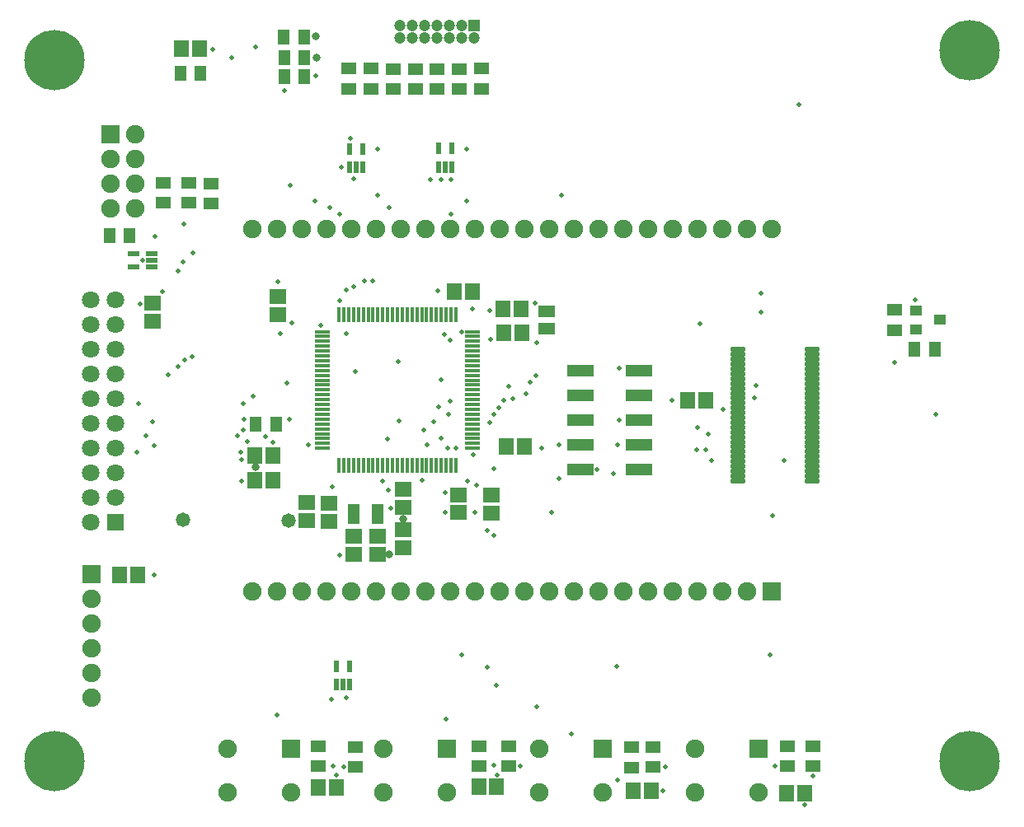
<source format=gts>
G04*
G04 #@! TF.GenerationSoftware,Altium Limited,Altium Designer,24.4.1 (13)*
G04*
G04 Layer_Color=8388736*
%FSLAX44Y44*%
%MOMM*%
G71*
G04*
G04 #@! TF.SameCoordinates,FF2F9DB4-C514-40A0-8A38-6625478132A2*
G04*
G04*
G04 #@! TF.FilePolarity,Negative*
G04*
G01*
G75*
%ADD32R,1.5532X1.2032*%
%ADD33R,1.2032X1.5532*%
%ADD34R,1.2032X0.5532*%
%ADD35R,1.6532X1.5032*%
%ADD36R,1.5032X1.6532*%
%ADD37R,0.5532X1.2032*%
%ADD38R,0.4016X1.5766*%
%ADD39R,1.5766X0.4016*%
%ADD40O,1.6032X0.5032*%
%ADD41R,1.2032X2.0032*%
%ADD42R,2.7032X1.2232*%
%ADD43R,1.2032X1.0032*%
%ADD44R,1.7032X1.2032*%
%ADD45C,1.9032*%
%ADD46R,1.9032X1.9032*%
%ADD47C,6.2032*%
%ADD48C,1.2032*%
%ADD49R,1.2032X1.2032*%
%ADD50R,1.8032X1.8032*%
%ADD51C,1.8032*%
%ADD52R,1.9032X1.9032*%
%ADD53C,0.5032*%
%ADD54C,1.4732*%
%ADD55C,0.8032*%
D32*
X197500Y654040D02*
D03*
Y633500D02*
D03*
X221000Y632980D02*
D03*
Y653520D02*
D03*
X171500Y633750D02*
D03*
Y654290D02*
D03*
X408000Y771296D02*
D03*
Y750756D02*
D03*
X430250Y771276D02*
D03*
Y750736D02*
D03*
X453000Y771276D02*
D03*
Y750736D02*
D03*
X475500Y771296D02*
D03*
Y750756D02*
D03*
X362250Y751006D02*
D03*
Y771546D02*
D03*
X498500Y751006D02*
D03*
Y771546D02*
D03*
X385000Y751006D02*
D03*
Y771546D02*
D03*
X922750Y502776D02*
D03*
Y523316D02*
D03*
X838750Y74816D02*
D03*
Y54276D02*
D03*
X674250Y74066D02*
D03*
Y53526D02*
D03*
X812250Y54276D02*
D03*
Y74816D02*
D03*
X652250Y53276D02*
D03*
Y73816D02*
D03*
X369000Y74046D02*
D03*
Y53506D02*
D03*
X526250Y75046D02*
D03*
Y54506D02*
D03*
X495750Y54776D02*
D03*
Y75316D02*
D03*
X330971Y54744D02*
D03*
Y75284D02*
D03*
D33*
X116210Y599750D02*
D03*
X136750D02*
D03*
X295460Y804026D02*
D03*
X316000D02*
D03*
X295730Y782516D02*
D03*
X316270D02*
D03*
X316770Y763560D02*
D03*
X296230D02*
D03*
X287346Y406422D02*
D03*
X266806D02*
D03*
X210000Y766750D02*
D03*
X189460D02*
D03*
X963770Y483276D02*
D03*
X943230D02*
D03*
D34*
X140750Y568000D02*
D03*
Y581000D02*
D03*
X159750D02*
D03*
Y574500D02*
D03*
Y568000D02*
D03*
D35*
X341750Y306480D02*
D03*
Y325020D02*
D03*
X160744Y530118D02*
D03*
Y511578D02*
D03*
X418046Y279170D02*
D03*
Y297710D02*
D03*
X366750Y291046D02*
D03*
Y272506D02*
D03*
X391500Y291046D02*
D03*
Y272506D02*
D03*
X318500Y325290D02*
D03*
Y306750D02*
D03*
X508500Y333296D02*
D03*
Y314756D02*
D03*
X474750Y333566D02*
D03*
Y315026D02*
D03*
X417750Y339046D02*
D03*
Y320506D02*
D03*
X289250Y518736D02*
D03*
Y537276D02*
D03*
D36*
X189980Y791750D02*
D03*
X208520D02*
D03*
X145500Y251500D02*
D03*
X126960D02*
D03*
X521000Y500026D02*
D03*
X539540D02*
D03*
X284020Y374026D02*
D03*
X265480D02*
D03*
X520798Y524238D02*
D03*
X539338D02*
D03*
X284020Y348526D02*
D03*
X265480D02*
D03*
X470730Y542276D02*
D03*
X489270D02*
D03*
X523710Y382776D02*
D03*
X542250D02*
D03*
X728500Y430526D02*
D03*
X709960D02*
D03*
X654230Y29026D02*
D03*
X672770D02*
D03*
X811730Y26776D02*
D03*
X830270D02*
D03*
X495480Y33526D02*
D03*
X514020D02*
D03*
X330482Y32426D02*
D03*
X349022D02*
D03*
D37*
X376250Y670026D02*
D03*
Y689026D02*
D03*
X454500Y670276D02*
D03*
X461000D02*
D03*
X467500D02*
D03*
Y689276D02*
D03*
X454500D02*
D03*
X363250Y670026D02*
D03*
X369750D02*
D03*
X363250Y689026D02*
D03*
X349750Y138276D02*
D03*
X356250D02*
D03*
X362750D02*
D03*
Y157276D02*
D03*
X349750D02*
D03*
D38*
X352000Y363896D02*
D03*
X357000D02*
D03*
X362000D02*
D03*
X367000D02*
D03*
X372000D02*
D03*
X377000D02*
D03*
X382000D02*
D03*
X387000D02*
D03*
X392000D02*
D03*
X397000D02*
D03*
X402000D02*
D03*
X407000D02*
D03*
X412000D02*
D03*
X417000D02*
D03*
X422000D02*
D03*
X427000D02*
D03*
X432000D02*
D03*
X437000D02*
D03*
X442000D02*
D03*
X447000D02*
D03*
X452000D02*
D03*
X457000D02*
D03*
X462000D02*
D03*
X467000D02*
D03*
X472000Y518656D02*
D03*
X467000D02*
D03*
X462000D02*
D03*
X457000D02*
D03*
X452000D02*
D03*
X447000D02*
D03*
X442000D02*
D03*
X437000D02*
D03*
X432000D02*
D03*
X427000D02*
D03*
X422000D02*
D03*
X417000D02*
D03*
X412000D02*
D03*
X407000D02*
D03*
X402000D02*
D03*
X397000D02*
D03*
X392000D02*
D03*
X387000D02*
D03*
X382000D02*
D03*
X377000D02*
D03*
X372000D02*
D03*
X367000D02*
D03*
X362000D02*
D03*
X357000D02*
D03*
X352000D02*
D03*
X472000Y363896D02*
D03*
D39*
X489380Y381276D02*
D03*
Y386276D02*
D03*
Y391276D02*
D03*
Y396276D02*
D03*
Y401276D02*
D03*
Y406276D02*
D03*
Y411276D02*
D03*
Y416276D02*
D03*
Y421276D02*
D03*
Y426276D02*
D03*
Y431276D02*
D03*
Y436276D02*
D03*
Y441276D02*
D03*
Y446276D02*
D03*
Y451276D02*
D03*
Y456276D02*
D03*
Y461276D02*
D03*
Y466276D02*
D03*
Y471276D02*
D03*
Y476276D02*
D03*
Y481276D02*
D03*
Y486276D02*
D03*
Y491276D02*
D03*
Y496276D02*
D03*
Y501276D02*
D03*
X334620D02*
D03*
Y496276D02*
D03*
Y491276D02*
D03*
Y486276D02*
D03*
Y481276D02*
D03*
Y476276D02*
D03*
Y471276D02*
D03*
Y466276D02*
D03*
Y461276D02*
D03*
Y456276D02*
D03*
Y451276D02*
D03*
Y446276D02*
D03*
Y441276D02*
D03*
Y436276D02*
D03*
Y431276D02*
D03*
Y426276D02*
D03*
Y421276D02*
D03*
Y416276D02*
D03*
Y411276D02*
D03*
Y406276D02*
D03*
Y401276D02*
D03*
Y396276D02*
D03*
Y391276D02*
D03*
Y386276D02*
D03*
Y381276D02*
D03*
D40*
X838000Y347776D02*
D03*
Y352776D02*
D03*
Y357776D02*
D03*
Y362776D02*
D03*
Y367776D02*
D03*
Y372776D02*
D03*
Y377776D02*
D03*
Y382776D02*
D03*
Y387776D02*
D03*
Y392776D02*
D03*
Y397776D02*
D03*
Y402776D02*
D03*
Y407776D02*
D03*
Y412776D02*
D03*
Y417776D02*
D03*
Y422776D02*
D03*
Y427776D02*
D03*
Y432776D02*
D03*
Y437776D02*
D03*
Y442776D02*
D03*
Y447776D02*
D03*
Y452776D02*
D03*
Y457776D02*
D03*
Y462776D02*
D03*
Y467776D02*
D03*
Y472776D02*
D03*
Y477776D02*
D03*
Y482776D02*
D03*
X762000Y347776D02*
D03*
Y352776D02*
D03*
Y357776D02*
D03*
Y362776D02*
D03*
Y367776D02*
D03*
Y372776D02*
D03*
Y377776D02*
D03*
Y382776D02*
D03*
Y387776D02*
D03*
Y392776D02*
D03*
Y397776D02*
D03*
Y402776D02*
D03*
Y407776D02*
D03*
Y412776D02*
D03*
Y417776D02*
D03*
Y422776D02*
D03*
Y427776D02*
D03*
Y432776D02*
D03*
Y437776D02*
D03*
Y442776D02*
D03*
Y447776D02*
D03*
Y452776D02*
D03*
Y457776D02*
D03*
Y462776D02*
D03*
Y467776D02*
D03*
Y472776D02*
D03*
Y477776D02*
D03*
Y482776D02*
D03*
D41*
X366750Y313776D02*
D03*
X391750D02*
D03*
D42*
X660250Y461076D02*
D03*
Y435676D02*
D03*
Y410276D02*
D03*
Y384876D02*
D03*
Y359476D02*
D03*
X599750Y461076D02*
D03*
Y435676D02*
D03*
Y410276D02*
D03*
Y384876D02*
D03*
Y359476D02*
D03*
D43*
X944500Y503526D02*
D03*
Y523026D02*
D03*
X969500Y513276D02*
D03*
D44*
X565620Y503956D02*
D03*
Y521956D02*
D03*
D45*
X97500Y124600D02*
D03*
Y226200D02*
D03*
Y200800D02*
D03*
Y150000D02*
D03*
Y175400D02*
D03*
X142400Y704250D02*
D03*
X117000Y678850D02*
D03*
X142400D02*
D03*
X117000Y653450D02*
D03*
X142400D02*
D03*
X117000Y628050D02*
D03*
X142400D02*
D03*
X466500Y233776D02*
D03*
X288700D02*
D03*
X542700D02*
D03*
X618900D02*
D03*
X695100D02*
D03*
X263300D02*
D03*
X364900D02*
D03*
X314100D02*
D03*
X339500D02*
D03*
X390300D02*
D03*
X415700D02*
D03*
X441100D02*
D03*
X491900D02*
D03*
X517300D02*
D03*
X568100D02*
D03*
X593500D02*
D03*
X669700D02*
D03*
X644300D02*
D03*
X771300D02*
D03*
X720500D02*
D03*
X745900D02*
D03*
X796700Y606776D02*
D03*
X771300D02*
D03*
X720500D02*
D03*
X745900D02*
D03*
X669700D02*
D03*
X644300D02*
D03*
X568100D02*
D03*
X593500D02*
D03*
X491900D02*
D03*
X517300D02*
D03*
X390300D02*
D03*
X415700D02*
D03*
X441100D02*
D03*
X364900D02*
D03*
X314100D02*
D03*
X339500D02*
D03*
X263300D02*
D03*
X542700D02*
D03*
X618900D02*
D03*
X695100D02*
D03*
X466500D02*
D03*
X288700D02*
D03*
X717500Y27776D02*
D03*
Y72776D02*
D03*
X782500Y27776D02*
D03*
X557500D02*
D03*
Y72776D02*
D03*
X622500Y27776D02*
D03*
X397500D02*
D03*
Y72776D02*
D03*
X462500Y27776D02*
D03*
X237500D02*
D03*
Y72776D02*
D03*
X302500Y27776D02*
D03*
D46*
X97500Y251600D02*
D03*
X117000Y704250D02*
D03*
X796700Y233776D02*
D03*
D47*
X1000000Y60000D02*
D03*
X60000Y780000D02*
D03*
Y60000D02*
D03*
X1000000Y790000D02*
D03*
D48*
X414450Y803076D02*
D03*
Y815776D02*
D03*
X427150Y803076D02*
D03*
Y815776D02*
D03*
X439850Y803076D02*
D03*
Y815776D02*
D03*
X452550Y803076D02*
D03*
Y815776D02*
D03*
X465250Y803076D02*
D03*
Y815776D02*
D03*
X477950Y803076D02*
D03*
Y815776D02*
D03*
X490650Y803076D02*
D03*
D49*
Y815776D02*
D03*
D50*
X122700Y305700D02*
D03*
D51*
X97300D02*
D03*
X122700Y331100D02*
D03*
X97300D02*
D03*
X122700Y356500D02*
D03*
X97300D02*
D03*
X122700Y381900D02*
D03*
X97300D02*
D03*
X122700Y407300D02*
D03*
X97300D02*
D03*
X122700Y432700D02*
D03*
X97300D02*
D03*
X122700Y458100D02*
D03*
X97300D02*
D03*
X122700Y483500D02*
D03*
X97300D02*
D03*
X122700Y508900D02*
D03*
X97300D02*
D03*
X122700Y534300D02*
D03*
X97300D02*
D03*
D52*
X782500Y72776D02*
D03*
X622500D02*
D03*
X462500D02*
D03*
X302500D02*
D03*
D53*
X192750Y612000D02*
D03*
X634000Y355000D02*
D03*
X638000Y385000D02*
D03*
X241770Y782850D02*
D03*
X296250Y749026D02*
D03*
X824700Y734590D02*
D03*
X437247Y348177D02*
D03*
X201550Y475500D02*
D03*
X202000Y581750D02*
D03*
X192000Y572500D02*
D03*
X163000Y599250D02*
D03*
X186750Y563500D02*
D03*
X148250Y529250D02*
D03*
X187000Y465000D02*
D03*
X193250Y472000D02*
D03*
X170400Y542566D02*
D03*
X150250Y574500D02*
D03*
X462250Y102526D02*
D03*
X288000Y106750D02*
D03*
X162000Y251500D02*
D03*
X478000Y501250D02*
D03*
X530750Y432376D02*
D03*
X526601Y444627D02*
D03*
X222750Y791500D02*
D03*
X176750Y457000D02*
D03*
X964750Y416526D02*
D03*
X387000Y553504D02*
D03*
X378500D02*
D03*
X289500Y552776D02*
D03*
X366992Y547392D02*
D03*
X396964Y347494D02*
D03*
X266154Y794026D02*
D03*
X780338Y445438D02*
D03*
X922744Y469922D02*
D03*
X344250Y123026D02*
D03*
X478244Y168678D02*
D03*
X794728D02*
D03*
X637502Y156740D02*
D03*
X504152Y156486D02*
D03*
X513804Y137436D02*
D03*
X554952Y115846D02*
D03*
X367500Y658644D02*
D03*
X456654Y657374D02*
D03*
X445732Y657120D02*
D03*
X354800Y670328D02*
D03*
X580860Y641626D02*
D03*
X483062Y635776D02*
D03*
X391376Y641626D02*
D03*
Y688870D02*
D03*
X301714Y651786D02*
D03*
X483062Y689132D02*
D03*
X467250Y657526D02*
D03*
Y621776D02*
D03*
X403250Y629026D02*
D03*
X342750D02*
D03*
X352500Y622276D02*
D03*
X363500Y700026D02*
D03*
X327500Y635776D02*
D03*
X590500Y87526D02*
D03*
X346000Y54776D02*
D03*
X403000Y338526D02*
D03*
X345500Y341526D02*
D03*
X413000Y470026D02*
D03*
X368750Y460026D02*
D03*
X457250Y451526D02*
D03*
X449250Y408776D02*
D03*
X413750Y409026D02*
D03*
X328250Y764026D02*
D03*
X292000Y499026D02*
D03*
X359500D02*
D03*
X298500Y448526D02*
D03*
X944000Y533776D02*
D03*
X555000Y490276D02*
D03*
X247450Y393976D02*
D03*
X511250Y291526D02*
D03*
X504250Y296526D02*
D03*
X507000Y407526D02*
D03*
X333250Y508026D02*
D03*
X640000Y410276D02*
D03*
X254000Y427276D02*
D03*
X359750Y124776D02*
D03*
X442500Y384526D02*
D03*
X489750Y375026D02*
D03*
X491500Y315036D02*
D03*
X461500Y315026D02*
D03*
X560229Y381776D02*
D03*
X617250Y359276D02*
D03*
X830000Y14776D02*
D03*
X838500Y44776D02*
D03*
X684500Y29026D02*
D03*
X687250Y53526D02*
D03*
X353000Y271776D02*
D03*
X252250Y347776D02*
D03*
X405000Y319776D02*
D03*
X349000Y45526D02*
D03*
X514750Y45776D02*
D03*
X538000Y54526D02*
D03*
X357250Y53526D02*
D03*
X553250Y530776D02*
D03*
X507328Y493026D02*
D03*
X489250Y524776D02*
D03*
X352500Y532776D02*
D03*
X746750Y421526D02*
D03*
X694250Y430526D02*
D03*
X320750Y384776D02*
D03*
X254750Y411276D02*
D03*
X253962Y400072D02*
D03*
X252184Y369592D02*
D03*
X251168Y377466D02*
D03*
X521170Y430298D02*
D03*
X264122Y434616D02*
D03*
X160490Y408454D02*
D03*
X639788Y463572D02*
D03*
X506438Y522754D02*
D03*
X465798Y492782D02*
D03*
X402044Y391182D02*
D03*
X456654Y391380D02*
D03*
X359500Y543776D02*
D03*
X453606Y542820D02*
D03*
X778250Y433026D02*
D03*
X471894Y381530D02*
D03*
X284188Y387626D02*
D03*
X258280Y388134D02*
D03*
X162522Y384324D02*
D03*
X154140Y393976D02*
D03*
X276822Y393722D02*
D03*
X301206Y410994D02*
D03*
X146012Y426996D02*
D03*
X808952Y368576D02*
D03*
X734276D02*
D03*
X303600Y510200D02*
D03*
X569938Y315490D02*
D03*
X463258Y381530D02*
D03*
X144750Y377276D02*
D03*
X728750Y379776D02*
D03*
X731000Y396276D02*
D03*
X720000Y403026D02*
D03*
X719750Y379776D02*
D03*
X511000Y360526D02*
D03*
X484250Y348026D02*
D03*
X516250Y423276D02*
D03*
X578000Y384776D02*
D03*
Y350276D02*
D03*
X800000Y54276D02*
D03*
X722750Y509026D02*
D03*
X785500Y521526D02*
D03*
X785750Y541026D02*
D03*
X460000Y498026D02*
D03*
X454250Y423526D02*
D03*
X464250Y415776D02*
D03*
X439250Y400526D02*
D03*
X466500Y429776D02*
D03*
X797000Y312026D02*
D03*
X638500Y40276D02*
D03*
X510750Y55276D02*
D03*
X511000Y416026D02*
D03*
X543750Y437526D02*
D03*
X554250Y456026D02*
D03*
X548000Y449026D02*
D03*
X493250Y343026D02*
D03*
X461500Y335776D02*
D03*
D54*
X192250Y307500D02*
D03*
X300250Y306750D02*
D03*
D55*
X328250Y804526D02*
D03*
X329250Y782526D02*
D03*
X418000Y308401D02*
D03*
X403750Y272526D02*
D03*
X266000Y361776D02*
D03*
M02*

</source>
